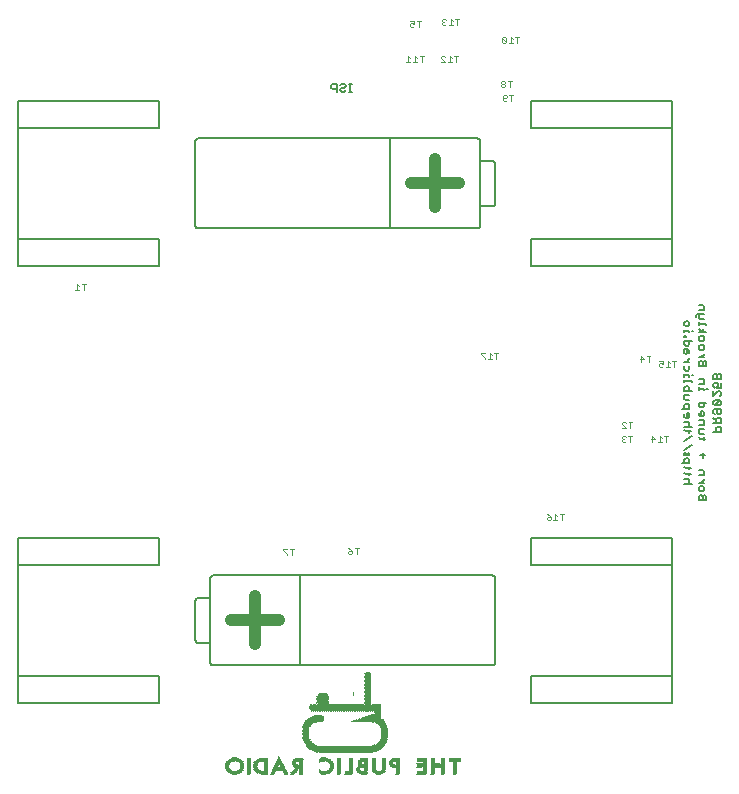
<source format=gbo>
G75*
%MOIN*%
%OFA0B0*%
%FSLAX24Y24*%
%IPPOS*%
%LPD*%
%AMOC8*
5,1,8,0,0,1.08239X$1,22.5*
%
%ADD10R,0.0010X0.0110*%
%ADD11R,0.0010X0.0010*%
%ADD12R,0.0010X0.0030*%
%ADD13R,0.0010X0.0070*%
%ADD14C,0.0070*%
%ADD15C,0.0050*%
%ADD16C,0.0080*%
%ADD17C,0.0400*%
%ADD18C,0.0040*%
%ADD19R,0.0015X0.0015*%
%ADD20R,0.0107X0.0015*%
%ADD21R,0.0123X0.0015*%
%ADD22R,0.0138X0.0015*%
%ADD23R,0.0353X0.0015*%
%ADD24R,0.0230X0.0015*%
%ADD25R,0.0261X0.0015*%
%ADD26R,0.0292X0.0015*%
%ADD27R,0.0154X0.0015*%
%ADD28R,0.0276X0.0015*%
%ADD29R,0.0322X0.0015*%
%ADD30R,0.0307X0.0015*%
%ADD31R,0.0169X0.0015*%
%ADD32R,0.0338X0.0015*%
%ADD33R,0.0384X0.0015*%
%ADD34R,0.0369X0.0015*%
%ADD35R,0.0415X0.0015*%
%ADD36R,0.0399X0.0015*%
%ADD37R,0.0445X0.0015*%
%ADD38R,0.0476X0.0015*%
%ADD39R,0.0200X0.0015*%
%ADD40R,0.0430X0.0015*%
%ADD41R,0.0077X0.0015*%
%ADD42R,0.0184X0.0015*%
%ADD43R,0.0046X0.0015*%
%ADD44R,0.0031X0.0015*%
%ADD45R,0.0246X0.0015*%
%ADD46R,0.0461X0.0015*%
%ADD47R,0.0092X0.0015*%
%ADD48R,0.0061X0.0015*%
%ADD49R,0.1981X0.0015*%
%ADD50R,0.2165X0.0015*%
%ADD51R,0.2288X0.0015*%
%ADD52R,0.2380X0.0015*%
%ADD53R,0.2472X0.0015*%
%ADD54R,0.2533X0.0015*%
%ADD55R,0.2595X0.0015*%
%ADD56R,0.0215X0.0015*%
%ADD57R,0.1075X0.0015*%
%ADD58R,0.0568X0.0015*%
%ADD59R,0.0952X0.0015*%
%ADD60R,0.0844X0.0015*%
%ADD61R,0.0537X0.0015*%
%ADD62R,0.0691X0.0015*%
%ADD63R,0.0507X0.0015*%
%ADD64R,0.0583X0.0015*%
%ADD65R,0.2365X0.0015*%
%ADD66R,0.2395X0.0015*%
%ADD67R,0.2349X0.0015*%
D10*
X014244Y004231D03*
D11*
X014254Y004191D03*
D12*
X014254Y004221D03*
X014254Y004261D03*
D13*
X014264Y004231D03*
D14*
X025264Y011220D02*
X025514Y011220D01*
X025431Y011262D02*
X025431Y011345D01*
X025389Y011387D01*
X025264Y011387D01*
X025306Y011556D02*
X025264Y011598D01*
X025306Y011556D02*
X025472Y011556D01*
X025431Y011515D02*
X025431Y011598D01*
X025431Y011711D02*
X025431Y011794D01*
X025472Y011753D02*
X025306Y011753D01*
X025264Y011794D01*
X025264Y011907D02*
X025264Y012033D01*
X025306Y012074D01*
X025389Y012074D01*
X025431Y012033D01*
X025431Y011907D01*
X025181Y011907D01*
X025264Y012202D02*
X025306Y012202D01*
X025306Y012244D01*
X025264Y012244D01*
X025264Y012202D01*
X025389Y012202D02*
X025431Y012202D01*
X025431Y012244D01*
X025389Y012244D01*
X025389Y012202D01*
X025264Y012349D02*
X025514Y012516D01*
X025264Y012644D02*
X025514Y012811D01*
X025431Y012939D02*
X025431Y013022D01*
X025472Y012980D02*
X025306Y012980D01*
X025264Y013022D01*
X025264Y013135D02*
X025514Y013135D01*
X025431Y013177D02*
X025431Y013260D01*
X025389Y013302D01*
X025264Y013302D01*
X025306Y013430D02*
X025389Y013430D01*
X025431Y013471D01*
X025431Y013555D01*
X025389Y013597D01*
X025347Y013597D01*
X025347Y013430D01*
X025306Y013430D02*
X025264Y013471D01*
X025264Y013555D01*
X025264Y013724D02*
X025264Y013850D01*
X025306Y013891D01*
X025389Y013891D01*
X025431Y013850D01*
X025431Y013724D01*
X025181Y013724D01*
X025306Y014019D02*
X025264Y014061D01*
X025264Y014186D01*
X025431Y014186D01*
X025431Y014314D02*
X025431Y014439D01*
X025389Y014481D01*
X025306Y014481D01*
X025264Y014439D01*
X025264Y014314D01*
X025514Y014314D01*
X025744Y014363D02*
X025744Y014446D01*
X025744Y014405D02*
X025911Y014405D01*
X025911Y014363D01*
X025994Y014405D02*
X026036Y014405D01*
X025911Y014559D02*
X025744Y014559D01*
X025911Y014559D02*
X025911Y014684D01*
X025869Y014726D01*
X025744Y014726D01*
X025556Y014847D02*
X025514Y014847D01*
X025431Y014847D02*
X025264Y014847D01*
X025264Y014888D02*
X025264Y014805D01*
X025264Y014692D02*
X025264Y014608D01*
X025264Y014650D02*
X025514Y014650D01*
X025514Y014608D01*
X025431Y014805D02*
X025431Y014847D01*
X025389Y015001D02*
X025306Y015001D01*
X025264Y015043D01*
X025264Y015168D01*
X025264Y015296D02*
X025431Y015296D01*
X025431Y015379D02*
X025347Y015296D01*
X025431Y015379D02*
X025431Y015421D01*
X025431Y015583D02*
X025431Y015667D01*
X025389Y015708D01*
X025264Y015708D01*
X025264Y015583D01*
X025306Y015541D01*
X025347Y015583D01*
X025347Y015708D01*
X025306Y015836D02*
X025389Y015836D01*
X025431Y015878D01*
X025431Y016003D01*
X025514Y016003D02*
X025264Y016003D01*
X025264Y015878D01*
X025306Y015836D01*
X025306Y016131D02*
X025306Y016172D01*
X025264Y016172D01*
X025264Y016131D01*
X025306Y016131D01*
X025264Y016278D02*
X025264Y016361D01*
X025264Y016320D02*
X025431Y016320D01*
X025431Y016278D01*
X025514Y016320D02*
X025556Y016320D01*
X025744Y016278D02*
X025994Y016278D01*
X025911Y016403D02*
X025827Y016278D01*
X025744Y016403D01*
X025744Y016524D02*
X025744Y016607D01*
X025744Y016565D02*
X025994Y016565D01*
X025994Y016524D01*
X025911Y016720D02*
X025786Y016720D01*
X025744Y016762D01*
X025744Y016887D01*
X025702Y016887D02*
X025661Y016845D01*
X025661Y016803D01*
X025702Y016887D02*
X025911Y016887D01*
X025911Y017015D02*
X025911Y017140D01*
X025869Y017182D01*
X025744Y017182D01*
X025744Y017015D02*
X025911Y017015D01*
X025431Y016600D02*
X025431Y016516D01*
X025389Y016475D01*
X025306Y016475D01*
X025264Y016516D01*
X025264Y016600D01*
X025306Y016641D01*
X025389Y016641D01*
X025431Y016600D01*
X025786Y016150D02*
X025869Y016150D01*
X025911Y016109D01*
X025911Y016025D01*
X025869Y015983D01*
X025786Y015983D01*
X025744Y016025D01*
X025744Y016109D01*
X025786Y016150D01*
X025786Y015856D02*
X025869Y015856D01*
X025911Y015814D01*
X025911Y015730D01*
X025869Y015689D01*
X025786Y015689D01*
X025744Y015730D01*
X025744Y015814D01*
X025786Y015856D01*
X025911Y015568D02*
X025911Y015527D01*
X025827Y015443D01*
X025744Y015443D02*
X025911Y015443D01*
X025911Y015315D02*
X025869Y015274D01*
X025869Y015149D01*
X025869Y015274D02*
X025827Y015315D01*
X025786Y015315D01*
X025744Y015274D01*
X025744Y015149D01*
X025994Y015149D01*
X025994Y015274D01*
X025952Y015315D01*
X025911Y015315D01*
X026266Y014898D02*
X026224Y014856D01*
X026224Y014731D01*
X026474Y014731D01*
X026474Y014856D01*
X026432Y014898D01*
X026391Y014898D01*
X026349Y014856D01*
X026349Y014731D01*
X026349Y014856D02*
X026307Y014898D01*
X026266Y014898D01*
X026266Y014603D02*
X026224Y014562D01*
X026224Y014478D01*
X026266Y014437D01*
X026349Y014437D02*
X026391Y014520D01*
X026391Y014562D01*
X026349Y014603D01*
X026266Y014603D01*
X026349Y014437D02*
X026474Y014437D01*
X026474Y014603D01*
X026432Y014309D02*
X026474Y014267D01*
X026474Y014184D01*
X026432Y014142D01*
X026432Y014014D02*
X026266Y013847D01*
X026224Y013889D01*
X026224Y013972D01*
X026266Y014014D01*
X026432Y014014D01*
X026474Y013972D01*
X026474Y013889D01*
X026432Y013847D01*
X026266Y013847D01*
X026266Y013719D02*
X026432Y013719D01*
X026474Y013678D01*
X026474Y013594D01*
X026432Y013553D01*
X026391Y013553D01*
X026349Y013594D01*
X026349Y013719D01*
X026266Y013719D02*
X026224Y013678D01*
X026224Y013594D01*
X026266Y013553D01*
X026224Y013425D02*
X026307Y013341D01*
X026307Y013383D02*
X026307Y013258D01*
X026224Y013258D02*
X026474Y013258D01*
X026474Y013383D01*
X026432Y013425D01*
X026349Y013425D01*
X026307Y013383D01*
X026349Y013130D02*
X026307Y013088D01*
X026307Y012963D01*
X026224Y012963D02*
X026474Y012963D01*
X026474Y013088D01*
X026432Y013130D01*
X026349Y013130D01*
X025911Y013184D02*
X025911Y013309D01*
X025869Y013351D01*
X025744Y013351D01*
X025786Y013479D02*
X025869Y013479D01*
X025911Y013521D01*
X025911Y013604D01*
X025869Y013646D01*
X025827Y013646D01*
X025827Y013479D01*
X025786Y013479D02*
X025744Y013521D01*
X025744Y013604D01*
X025786Y013774D02*
X025869Y013774D01*
X025911Y013815D01*
X025911Y013940D01*
X025994Y013940D02*
X025744Y013940D01*
X025744Y013815D01*
X025786Y013774D01*
X025431Y014019D02*
X025306Y014019D01*
X026224Y014142D02*
X026391Y014309D01*
X026432Y014309D01*
X026224Y014309D02*
X026224Y014142D01*
X025911Y013184D02*
X025744Y013184D01*
X025744Y013056D02*
X025911Y013056D01*
X025911Y012890D02*
X025786Y012890D01*
X025744Y012931D01*
X025744Y013056D01*
X025744Y012777D02*
X025786Y012735D01*
X025952Y012735D01*
X025911Y012693D02*
X025911Y012777D01*
X025869Y012271D02*
X025869Y012104D01*
X025952Y012187D02*
X025786Y012187D01*
X025744Y011681D02*
X025869Y011681D01*
X025911Y011640D01*
X025911Y011515D01*
X025744Y011515D01*
X025911Y011394D02*
X025911Y011352D01*
X025827Y011269D01*
X025744Y011269D02*
X025911Y011269D01*
X025869Y011141D02*
X025911Y011099D01*
X025911Y011016D01*
X025869Y010974D01*
X025786Y010974D01*
X025744Y011016D01*
X025744Y011099D01*
X025786Y011141D01*
X025869Y011141D01*
X025827Y010847D02*
X025786Y010847D01*
X025744Y010805D01*
X025744Y010680D01*
X025994Y010680D01*
X025994Y010805D01*
X025952Y010847D01*
X025911Y010847D01*
X025869Y010805D01*
X025869Y010680D01*
X025869Y010805D02*
X025827Y010847D01*
X025431Y011262D02*
X025389Y011220D01*
X025389Y013135D02*
X025431Y013177D01*
X025389Y015001D02*
X025431Y015043D01*
X025431Y015168D01*
D15*
X007760Y003926D02*
X003060Y003926D01*
X003060Y004826D01*
X007760Y004826D01*
X007760Y003926D01*
X003060Y004826D02*
X003060Y008526D01*
X007760Y008526D01*
X007760Y009426D01*
X003060Y009426D01*
X003060Y008526D01*
X003060Y018493D02*
X007760Y018493D01*
X007760Y019393D01*
X003060Y019393D01*
X003060Y023093D01*
X007760Y023093D01*
X007760Y023993D01*
X003060Y023993D01*
X003060Y023093D01*
X003060Y019393D02*
X003060Y018493D01*
X013494Y024435D02*
X013539Y024390D01*
X013674Y024390D01*
X013674Y024299D02*
X013674Y024570D01*
X013539Y024570D01*
X013494Y024525D01*
X013494Y024435D01*
X013788Y024390D02*
X013788Y024345D01*
X013833Y024299D01*
X013923Y024299D01*
X013968Y024345D01*
X013923Y024435D02*
X013833Y024435D01*
X013788Y024390D01*
X013788Y024525D02*
X013833Y024570D01*
X013923Y024570D01*
X013968Y024525D01*
X013968Y024480D01*
X013923Y024435D01*
X014075Y024570D02*
X014165Y024570D01*
X014120Y024570D02*
X014120Y024299D01*
X014165Y024299D02*
X014075Y024299D01*
X020160Y023993D02*
X020160Y023093D01*
X024860Y023093D01*
X024860Y023993D01*
X020160Y023993D01*
X024860Y023093D02*
X024860Y019393D01*
X020160Y019393D01*
X020160Y018493D01*
X024860Y018493D01*
X024860Y019393D01*
X024860Y009426D02*
X020160Y009426D01*
X020160Y008526D01*
X024860Y008526D01*
X024860Y004826D01*
X020160Y004826D01*
X020160Y003926D01*
X024860Y003926D01*
X024860Y004826D01*
X024860Y008526D02*
X024860Y009426D01*
D16*
X018960Y008076D02*
X018960Y005276D01*
X018958Y005259D01*
X018954Y005242D01*
X018947Y005226D01*
X018937Y005212D01*
X018924Y005199D01*
X018910Y005189D01*
X018894Y005182D01*
X018877Y005178D01*
X018860Y005176D01*
X012460Y005176D01*
X009560Y005176D01*
X009543Y005178D01*
X009526Y005182D01*
X009510Y005189D01*
X009496Y005199D01*
X009483Y005212D01*
X009473Y005226D01*
X009466Y005242D01*
X009462Y005259D01*
X009460Y005276D01*
X009460Y005926D01*
X009060Y005926D01*
X009043Y005928D01*
X009026Y005932D01*
X009010Y005939D01*
X008996Y005949D01*
X008983Y005962D01*
X008973Y005976D01*
X008966Y005992D01*
X008962Y006009D01*
X008960Y006026D01*
X008960Y007326D01*
X008962Y007343D01*
X008966Y007360D01*
X008973Y007376D01*
X008983Y007390D01*
X008996Y007403D01*
X009010Y007413D01*
X009026Y007420D01*
X009043Y007424D01*
X009060Y007426D01*
X009460Y007426D01*
X009460Y005926D01*
X009460Y007426D02*
X009460Y008076D01*
X009462Y008093D01*
X009466Y008110D01*
X009473Y008126D01*
X009483Y008140D01*
X009496Y008153D01*
X009510Y008163D01*
X009526Y008170D01*
X009543Y008174D01*
X009560Y008176D01*
X012460Y008176D01*
X018860Y008176D01*
X018877Y008174D01*
X018894Y008170D01*
X018910Y008163D01*
X018924Y008153D01*
X018937Y008140D01*
X018947Y008126D01*
X018954Y008110D01*
X018958Y008093D01*
X018960Y008076D01*
X012460Y008176D02*
X012460Y005176D01*
X015460Y019743D02*
X009060Y019743D01*
X009043Y019745D01*
X009026Y019749D01*
X009010Y019756D01*
X008996Y019766D01*
X008983Y019779D01*
X008973Y019793D01*
X008966Y019809D01*
X008962Y019826D01*
X008960Y019843D01*
X008960Y022643D01*
X008962Y022660D01*
X008966Y022677D01*
X008973Y022693D01*
X008983Y022707D01*
X008996Y022720D01*
X009010Y022730D01*
X009026Y022737D01*
X009043Y022741D01*
X009060Y022743D01*
X015460Y022743D01*
X018360Y022743D01*
X018377Y022741D01*
X018394Y022737D01*
X018410Y022730D01*
X018424Y022720D01*
X018437Y022707D01*
X018447Y022693D01*
X018454Y022677D01*
X018458Y022660D01*
X018460Y022643D01*
X018460Y021993D01*
X018860Y021993D01*
X018877Y021991D01*
X018894Y021987D01*
X018910Y021980D01*
X018924Y021970D01*
X018937Y021957D01*
X018947Y021943D01*
X018954Y021927D01*
X018958Y021910D01*
X018960Y021893D01*
X018960Y020593D01*
X018958Y020576D01*
X018954Y020559D01*
X018947Y020543D01*
X018937Y020529D01*
X018924Y020516D01*
X018910Y020506D01*
X018894Y020499D01*
X018877Y020495D01*
X018860Y020493D01*
X018460Y020493D01*
X018460Y021993D01*
X018460Y020493D02*
X018460Y019843D01*
X018458Y019826D01*
X018454Y019809D01*
X018447Y019793D01*
X018437Y019779D01*
X018424Y019766D01*
X018410Y019756D01*
X018394Y019749D01*
X018377Y019745D01*
X018360Y019743D01*
X015460Y019743D01*
X015460Y022743D01*
D17*
X016960Y022043D02*
X016960Y020443D01*
X016160Y021243D02*
X017760Y021243D01*
X010960Y007476D02*
X010960Y005876D01*
X011760Y006676D02*
X010160Y006676D01*
D18*
X012026Y008842D02*
X012026Y008875D01*
X011892Y009009D01*
X011892Y009042D01*
X012026Y009042D01*
X012113Y009042D02*
X012247Y009042D01*
X012180Y009042D02*
X012180Y008842D01*
X014058Y008915D02*
X014058Y008948D01*
X014091Y008981D01*
X014191Y008981D01*
X014191Y008915D01*
X014158Y008881D01*
X014091Y008881D01*
X014058Y008915D01*
X014124Y009048D02*
X014058Y009081D01*
X014124Y009048D02*
X014191Y008981D01*
X014279Y009081D02*
X014412Y009081D01*
X014345Y009081D02*
X014345Y008881D01*
X020672Y010061D02*
X020706Y010028D01*
X020772Y010028D01*
X020806Y010061D01*
X020806Y010128D01*
X020706Y010128D01*
X020672Y010094D01*
X020672Y010061D01*
X020739Y010195D02*
X020806Y010128D01*
X020739Y010195D02*
X020672Y010228D01*
X020960Y010228D02*
X020960Y010028D01*
X021027Y010028D02*
X020893Y010028D01*
X021027Y010161D02*
X020960Y010228D01*
X021114Y010228D02*
X021248Y010228D01*
X021181Y010228D02*
X021181Y010028D01*
X023205Y012626D02*
X023272Y012626D01*
X023305Y012660D01*
X023238Y012726D02*
X023205Y012726D01*
X023172Y012693D01*
X023172Y012660D01*
X023205Y012626D01*
X023205Y012726D02*
X023172Y012760D01*
X023172Y012793D01*
X023205Y012826D01*
X023272Y012826D01*
X023305Y012793D01*
X023393Y012826D02*
X023526Y012826D01*
X023459Y012826D02*
X023459Y012626D01*
X023464Y013074D02*
X023464Y013274D01*
X023398Y013274D02*
X023531Y013274D01*
X023310Y013241D02*
X023277Y013274D01*
X023210Y013274D01*
X023177Y013241D01*
X023177Y013208D01*
X023310Y013074D01*
X023177Y013074D01*
X024149Y012718D02*
X024282Y012718D01*
X024182Y012818D01*
X024182Y012618D01*
X024370Y012618D02*
X024503Y012618D01*
X024437Y012618D02*
X024437Y012818D01*
X024503Y012751D01*
X024591Y012818D02*
X024724Y012818D01*
X024658Y012818D02*
X024658Y012618D01*
X024633Y015131D02*
X024767Y015131D01*
X024700Y015131D02*
X024700Y015331D01*
X024767Y015265D01*
X024854Y015331D02*
X024988Y015331D01*
X024921Y015331D02*
X024921Y015131D01*
X024546Y015164D02*
X024512Y015131D01*
X024446Y015131D01*
X024412Y015164D01*
X024412Y015231D01*
X024446Y015265D01*
X024479Y015265D01*
X024546Y015231D01*
X024546Y015331D01*
X024412Y015331D01*
X024131Y015494D02*
X023998Y015494D01*
X024065Y015494D02*
X024065Y015294D01*
X023910Y015394D02*
X023777Y015394D01*
X023810Y015494D02*
X023910Y015394D01*
X023810Y015294D02*
X023810Y015494D01*
X019058Y015577D02*
X018924Y015577D01*
X018991Y015577D02*
X018991Y015377D01*
X018837Y015377D02*
X018703Y015377D01*
X018770Y015377D02*
X018770Y015577D01*
X018837Y015511D01*
X018616Y015577D02*
X018482Y015577D01*
X018482Y015544D01*
X018616Y015411D01*
X018616Y015377D01*
X019239Y023999D02*
X019205Y024033D01*
X019205Y024166D01*
X019239Y024199D01*
X019305Y024199D01*
X019339Y024166D01*
X019339Y024133D01*
X019305Y024099D01*
X019205Y024099D01*
X019239Y023999D02*
X019305Y023999D01*
X019339Y024033D01*
X019493Y023999D02*
X019493Y024199D01*
X019560Y024199D02*
X019426Y024199D01*
X019434Y024442D02*
X019434Y024642D01*
X019501Y024642D02*
X019367Y024642D01*
X019280Y024609D02*
X019280Y024576D01*
X019246Y024542D01*
X019179Y024542D01*
X019146Y024509D01*
X019146Y024476D01*
X019179Y024442D01*
X019246Y024442D01*
X019280Y024476D01*
X019280Y024509D01*
X019246Y024542D01*
X019179Y024542D02*
X019146Y024576D01*
X019146Y024609D01*
X019179Y024642D01*
X019246Y024642D01*
X019280Y024609D01*
X019287Y025926D02*
X019320Y025960D01*
X019187Y026093D01*
X019187Y025960D01*
X019220Y025926D01*
X019287Y025926D01*
X019320Y025960D02*
X019320Y026093D01*
X019287Y026127D01*
X019220Y026127D01*
X019187Y026093D01*
X019408Y025926D02*
X019541Y025926D01*
X019475Y025926D02*
X019475Y026127D01*
X019541Y026060D01*
X019629Y026127D02*
X019762Y026127D01*
X019696Y026127D02*
X019696Y025926D01*
X017729Y025479D02*
X017595Y025479D01*
X017662Y025479D02*
X017662Y025279D01*
X017508Y025279D02*
X017374Y025279D01*
X017441Y025279D02*
X017441Y025479D01*
X017508Y025412D01*
X017287Y025446D02*
X017254Y025479D01*
X017187Y025479D01*
X017153Y025446D01*
X017153Y025412D01*
X017287Y025279D01*
X017153Y025279D01*
X016567Y025489D02*
X016434Y025489D01*
X016501Y025489D02*
X016501Y025289D01*
X016346Y025289D02*
X016213Y025289D01*
X016280Y025289D02*
X016280Y025489D01*
X016346Y025422D01*
X016126Y025422D02*
X016059Y025489D01*
X016059Y025289D01*
X016126Y025289D02*
X015992Y025289D01*
X016158Y026470D02*
X016225Y026470D01*
X016258Y026503D01*
X016258Y026570D02*
X016191Y026603D01*
X016158Y026603D01*
X016124Y026570D01*
X016124Y026503D01*
X016158Y026470D01*
X016258Y026570D02*
X016258Y026670D01*
X016124Y026670D01*
X016345Y026670D02*
X016479Y026670D01*
X016412Y026670D02*
X016412Y026470D01*
X017183Y026542D02*
X017216Y026509D01*
X017283Y026509D01*
X017316Y026542D01*
X017404Y026509D02*
X017537Y026509D01*
X017471Y026509D02*
X017471Y026709D01*
X017537Y026643D01*
X017625Y026709D02*
X017758Y026709D01*
X017692Y026709D02*
X017692Y026509D01*
X017316Y026676D02*
X017283Y026709D01*
X017216Y026709D01*
X017183Y026676D01*
X017183Y026643D01*
X017216Y026609D01*
X017183Y026576D01*
X017183Y026542D01*
X017216Y026609D02*
X017250Y026609D01*
X005317Y017900D02*
X005184Y017900D01*
X005251Y017900D02*
X005251Y017700D01*
X005096Y017700D02*
X004963Y017700D01*
X005030Y017700D02*
X005030Y017900D01*
X005096Y017833D01*
D19*
X014620Y004875D03*
X014620Y004783D03*
X014620Y004752D03*
X014620Y004660D03*
X014620Y004629D03*
X014620Y004537D03*
X014620Y004506D03*
X014620Y004414D03*
X014620Y004384D03*
X014620Y004291D03*
X014620Y004261D03*
X014620Y004169D03*
X014620Y004138D03*
X014620Y004046D03*
X014620Y004015D03*
X014620Y003923D03*
X014620Y003892D03*
X014804Y003861D03*
X014804Y003954D03*
X014804Y003984D03*
X014804Y004076D03*
X014804Y004107D03*
X014804Y004199D03*
X014804Y004230D03*
X014804Y004322D03*
X014804Y004353D03*
X014804Y004445D03*
X014804Y004476D03*
X014804Y004568D03*
X014804Y004599D03*
X014804Y004691D03*
X014804Y004721D03*
X014804Y004813D03*
X014804Y004844D03*
X014773Y004906D03*
X013391Y004107D03*
X013391Y004076D03*
X013391Y003984D03*
X013391Y003954D03*
X013391Y003861D03*
X013407Y003631D03*
X013468Y003631D03*
X013530Y003631D03*
X013591Y003631D03*
X013652Y003631D03*
X013714Y003631D03*
X013775Y003631D03*
X013837Y003631D03*
X013898Y003631D03*
X013960Y003631D03*
X014021Y003631D03*
X014082Y003631D03*
X014144Y003631D03*
X014205Y003631D03*
X014267Y003631D03*
X014328Y003631D03*
X014389Y003631D03*
X014451Y003631D03*
X014512Y003631D03*
X014574Y003631D03*
X014635Y003631D03*
X014697Y003631D03*
X014727Y003631D03*
X014758Y003631D03*
X014819Y003631D03*
X014881Y003631D03*
X014865Y003524D03*
X014712Y003462D03*
X014681Y003462D03*
X014635Y003447D03*
X014620Y003432D03*
X014589Y003432D03*
X014543Y003416D03*
X014451Y003386D03*
X014359Y003355D03*
X014343Y003339D03*
X014343Y003278D03*
X014313Y003278D03*
X014282Y003278D03*
X014251Y003278D03*
X014221Y003278D03*
X014190Y003278D03*
X014251Y003309D03*
X014374Y003278D03*
X014405Y003278D03*
X014436Y003278D03*
X014466Y003278D03*
X014497Y003278D03*
X014528Y003278D03*
X014558Y003278D03*
X014589Y003278D03*
X014620Y003278D03*
X014650Y003278D03*
X014681Y003278D03*
X014712Y003278D03*
X014743Y003278D03*
X014773Y003278D03*
X014804Y003278D03*
X014835Y003278D03*
X014865Y003278D03*
X014881Y003263D03*
X014911Y003263D03*
X015111Y003155D03*
X015142Y003124D03*
X015142Y003094D03*
X015173Y003032D03*
X015173Y002940D03*
X015173Y002910D03*
X015173Y002817D03*
X015173Y002787D03*
X015357Y002756D03*
X015357Y002725D03*
X015357Y002848D03*
X015357Y002879D03*
X015357Y002971D03*
X015357Y003002D03*
X015357Y003094D03*
X015357Y003124D03*
X015326Y003155D03*
X015326Y003186D03*
X015295Y003247D03*
X015265Y003278D03*
X015173Y003370D03*
X015142Y003401D03*
X015142Y003432D03*
X015142Y003524D03*
X015142Y003554D03*
X015142Y003647D03*
X015142Y003677D03*
X015142Y003769D03*
X015142Y003800D03*
X013345Y003631D03*
X013284Y003631D03*
X013223Y003631D03*
X013161Y003631D03*
X013100Y003631D03*
X013038Y003631D03*
X012977Y003631D03*
X012915Y003631D03*
X012854Y003631D03*
X012839Y003647D03*
X012777Y003769D03*
X012777Y003800D03*
X012808Y003831D03*
X012823Y003846D03*
X012854Y003846D03*
X013023Y003892D03*
X013023Y003923D03*
X013023Y004015D03*
X013023Y004046D03*
X013023Y004138D03*
X012977Y003478D03*
X012946Y003478D03*
X012931Y003462D03*
X012900Y003462D03*
X012839Y003432D03*
X012777Y003401D03*
X012685Y003339D03*
X012654Y003309D03*
X012808Y003186D03*
X012839Y003217D03*
X012777Y003124D03*
X012747Y003063D03*
X012747Y003032D03*
X012747Y002940D03*
X012747Y002910D03*
X012747Y002817D03*
X012747Y002787D03*
X012562Y002756D03*
X012562Y002725D03*
X012562Y002848D03*
X012562Y002879D03*
X012562Y002971D03*
X012562Y003002D03*
X012562Y003094D03*
X012562Y003124D03*
X013008Y003263D03*
X013054Y003278D03*
X013084Y003278D03*
X013115Y003278D03*
X013146Y003278D03*
X013207Y003339D03*
X013238Y003401D03*
X013207Y003462D03*
X013192Y003478D03*
X012839Y002602D03*
X012869Y002572D03*
X012961Y002510D03*
X013008Y002495D03*
X013023Y002480D03*
X013023Y002265D03*
X013054Y002265D03*
X013176Y002080D03*
X013207Y002080D03*
X013299Y002080D03*
X013330Y002080D03*
X013284Y001973D03*
X013253Y001973D03*
X013161Y001942D03*
X013100Y001911D03*
X013100Y001697D03*
X013253Y001635D03*
X013284Y001635D03*
X013330Y001528D03*
X013176Y001528D03*
X013699Y001528D03*
X013729Y001528D03*
X013760Y001528D03*
X013791Y001528D03*
X013944Y001528D03*
X013975Y001528D03*
X014006Y001528D03*
X014036Y001528D03*
X014067Y001528D03*
X014098Y001528D03*
X014128Y001528D03*
X014159Y001528D03*
X014190Y001528D03*
X014528Y001528D03*
X014558Y001528D03*
X014589Y001528D03*
X014620Y001528D03*
X014650Y001528D03*
X014681Y001528D03*
X015019Y001528D03*
X015065Y001635D03*
X015096Y001635D03*
X015249Y001574D03*
X015572Y001743D03*
X015618Y001850D03*
X015664Y001528D03*
X015695Y001528D03*
X015725Y001528D03*
X015756Y001528D03*
X016339Y001528D03*
X016370Y001528D03*
X016401Y001528D03*
X016432Y001528D03*
X016462Y001528D03*
X016493Y001528D03*
X016524Y001528D03*
X016554Y001528D03*
X016585Y001528D03*
X016616Y001528D03*
X016647Y001528D03*
X016831Y001528D03*
X016861Y001528D03*
X016892Y001528D03*
X016923Y001528D03*
X017169Y001528D03*
X017199Y001528D03*
X017230Y001528D03*
X017261Y001528D03*
X017568Y001528D03*
X017599Y001528D03*
X017629Y001528D03*
X017660Y001528D03*
X017123Y001881D03*
X017092Y001881D03*
X017061Y001881D03*
X017030Y001881D03*
X017000Y001881D03*
X016969Y001881D03*
X016539Y001881D03*
X016508Y001881D03*
X016478Y001881D03*
X016447Y001881D03*
X016416Y001881D03*
X016386Y001881D03*
X016355Y001881D03*
X016370Y001773D03*
X016339Y001773D03*
X016401Y001773D03*
X016432Y001773D03*
X016462Y001773D03*
X016493Y001773D03*
X016524Y001773D03*
X015203Y002418D03*
X015157Y002372D03*
X015111Y002357D03*
X015234Y002480D03*
X014958Y002510D03*
X014896Y002480D03*
X014865Y002480D03*
X014865Y002265D03*
X014482Y002065D03*
X012808Y002357D03*
X012685Y002480D03*
X012301Y002065D03*
X012271Y001758D03*
X012255Y001528D03*
X012224Y001528D03*
X012194Y001528D03*
X012163Y001528D03*
X012132Y001528D03*
X012040Y001528D03*
X012010Y001528D03*
X011979Y001528D03*
X011948Y001528D03*
X011856Y001650D03*
X011825Y001650D03*
X011795Y001650D03*
X011764Y001650D03*
X011733Y001650D03*
X011702Y001650D03*
X011672Y001650D03*
X011580Y001528D03*
X011549Y001528D03*
X011518Y001528D03*
X011487Y001528D03*
X011365Y001528D03*
X011334Y001528D03*
X011303Y001528D03*
X011273Y001528D03*
X011242Y001528D03*
X011211Y001528D03*
X011180Y001528D03*
X011058Y001558D03*
X010781Y001528D03*
X010750Y001528D03*
X010720Y001528D03*
X010351Y001528D03*
X010305Y001635D03*
X010244Y001635D03*
X010198Y001528D03*
X010244Y001973D03*
X010274Y001973D03*
X010351Y001958D03*
X010351Y002080D03*
X010321Y002080D03*
X010290Y002080D03*
X010259Y002080D03*
X010228Y002080D03*
X010198Y002080D03*
X011104Y002065D03*
X011150Y001958D03*
X011764Y002111D03*
X012439Y001528D03*
X012470Y001528D03*
X012501Y001528D03*
X012532Y001528D03*
D20*
X012486Y001558D03*
X012486Y001589D03*
X012486Y001620D03*
X012486Y001650D03*
X012486Y001681D03*
X012486Y001712D03*
X012486Y001865D03*
X012486Y001896D03*
X012486Y001927D03*
X012486Y001958D03*
X011764Y002034D03*
X010750Y002034D03*
X010750Y002004D03*
X010750Y001973D03*
X010750Y001942D03*
X010750Y001911D03*
X010750Y001881D03*
X010750Y001850D03*
X010750Y001819D03*
X010750Y001789D03*
X010750Y001758D03*
X010750Y001727D03*
X010750Y001697D03*
X010750Y001666D03*
X010750Y001635D03*
X010750Y001604D03*
X010750Y001574D03*
X010750Y001543D03*
X010520Y001773D03*
X010520Y001804D03*
X010520Y001835D03*
X010750Y002065D03*
X010274Y001528D03*
X010029Y001743D03*
X013253Y001528D03*
X013499Y001743D03*
X013499Y001865D03*
X014389Y001712D03*
X014389Y001681D03*
X014911Y001712D03*
X014911Y001743D03*
X014911Y001773D03*
X014911Y001804D03*
X014911Y001835D03*
X014911Y001865D03*
X014911Y001896D03*
X014911Y001927D03*
X014911Y001958D03*
X014911Y001988D03*
X014911Y002019D03*
X014911Y002050D03*
X015249Y002050D03*
X015249Y002019D03*
X015249Y001988D03*
X015249Y001958D03*
X015249Y001927D03*
X015249Y001896D03*
X015249Y001865D03*
X015249Y001835D03*
X015249Y001804D03*
X015249Y001773D03*
X015249Y001743D03*
X015096Y001528D03*
X015710Y001558D03*
X015710Y001589D03*
X015710Y001620D03*
X015710Y001650D03*
X015710Y001681D03*
X015710Y001712D03*
X015710Y001865D03*
X015710Y001896D03*
X015710Y001927D03*
X015710Y001958D03*
X017215Y001958D03*
X017215Y001988D03*
X017215Y002019D03*
X017215Y002050D03*
X017215Y001927D03*
X017215Y001896D03*
X017215Y001743D03*
X017215Y001712D03*
X017215Y001681D03*
X017215Y001650D03*
X017215Y001620D03*
X017215Y001589D03*
X017215Y001558D03*
X014712Y004921D03*
D21*
X014151Y002065D03*
X014151Y002050D03*
X014151Y002034D03*
X014151Y002019D03*
X014151Y002004D03*
X014151Y001988D03*
X014151Y001973D03*
X014151Y001958D03*
X014151Y001942D03*
X014151Y001927D03*
X014151Y001911D03*
X014151Y001896D03*
X014151Y001881D03*
X014151Y001865D03*
X014151Y001850D03*
X014151Y001835D03*
X014151Y001819D03*
X014151Y001804D03*
X014151Y001789D03*
X014151Y001773D03*
X014151Y001758D03*
X014151Y001743D03*
X014151Y001727D03*
X014151Y001712D03*
X014151Y001697D03*
X014151Y001681D03*
X014151Y001666D03*
X014151Y001650D03*
X014397Y001727D03*
X014443Y001896D03*
X014443Y001911D03*
X014443Y001927D03*
X014643Y001927D03*
X014643Y001942D03*
X014643Y001958D03*
X014643Y001911D03*
X014643Y001896D03*
X014643Y001881D03*
X014643Y001865D03*
X014643Y001743D03*
X014643Y001727D03*
X014643Y001712D03*
X014643Y001697D03*
X014643Y001681D03*
X014643Y001666D03*
X014643Y001650D03*
X014919Y001681D03*
X015226Y001666D03*
X015242Y001712D03*
X015487Y001865D03*
X015487Y001881D03*
X015487Y001896D03*
X015487Y001911D03*
X015487Y001927D03*
X016624Y001927D03*
X016624Y001942D03*
X016624Y001958D03*
X016624Y001911D03*
X016624Y001896D03*
X016624Y001881D03*
X016624Y001758D03*
X016624Y001743D03*
X016624Y001727D03*
X016624Y001712D03*
X016624Y001697D03*
X016624Y001681D03*
X016624Y001666D03*
X016624Y001650D03*
X016885Y001650D03*
X016885Y001635D03*
X016885Y001620D03*
X016885Y001604D03*
X016885Y001589D03*
X016885Y001574D03*
X016885Y001558D03*
X016885Y001543D03*
X016885Y001666D03*
X016885Y001681D03*
X016885Y001697D03*
X016885Y001712D03*
X016885Y001727D03*
X016885Y001743D03*
X016885Y001758D03*
X016885Y001881D03*
X016885Y001896D03*
X016885Y001911D03*
X016885Y001927D03*
X016885Y001942D03*
X016885Y001958D03*
X016885Y001973D03*
X016885Y001988D03*
X016885Y002004D03*
X016885Y002019D03*
X016885Y002034D03*
X016885Y002050D03*
X016885Y002065D03*
X017606Y001958D03*
X017606Y001942D03*
X017606Y001927D03*
X017606Y001911D03*
X017606Y001896D03*
X017606Y001881D03*
X017606Y001865D03*
X017606Y001850D03*
X017606Y001835D03*
X017606Y001819D03*
X017606Y001804D03*
X017606Y001789D03*
X017606Y001773D03*
X017606Y001758D03*
X017606Y001743D03*
X017606Y001727D03*
X017606Y001712D03*
X017606Y001697D03*
X017606Y001681D03*
X017606Y001666D03*
X017606Y001650D03*
X017606Y001635D03*
X017606Y001620D03*
X017606Y001604D03*
X017606Y001589D03*
X017606Y001574D03*
X017606Y001558D03*
X017606Y001543D03*
X013737Y001543D03*
X013737Y001558D03*
X013737Y001574D03*
X013737Y001589D03*
X013737Y001604D03*
X013737Y001620D03*
X013737Y001635D03*
X013737Y001650D03*
X013737Y001666D03*
X013737Y001681D03*
X013737Y001697D03*
X013737Y001712D03*
X013737Y001727D03*
X013737Y001743D03*
X013737Y001758D03*
X013737Y001773D03*
X013737Y001789D03*
X013737Y001804D03*
X013737Y001819D03*
X013737Y001835D03*
X013737Y001850D03*
X013737Y001865D03*
X013737Y001881D03*
X013737Y001896D03*
X013737Y001911D03*
X013737Y001927D03*
X013737Y001942D03*
X013737Y001958D03*
X013737Y001973D03*
X013737Y001988D03*
X013737Y002004D03*
X013737Y002019D03*
X013737Y002034D03*
X013737Y002050D03*
X013737Y002065D03*
X013507Y001835D03*
X013507Y001819D03*
X013507Y001804D03*
X013507Y001789D03*
X013507Y001773D03*
X012248Y001881D03*
X012248Y001896D03*
X012248Y001911D03*
X012248Y001927D03*
X011879Y001773D03*
X011848Y001835D03*
X011664Y001819D03*
X011664Y001804D03*
X011572Y001620D03*
X011557Y001589D03*
X011311Y001650D03*
X011311Y001666D03*
X011311Y001681D03*
X011311Y001697D03*
X011311Y001712D03*
X011311Y001727D03*
X011311Y001743D03*
X011311Y001758D03*
X011311Y001773D03*
X011311Y001789D03*
X011311Y001804D03*
X011311Y001819D03*
X011311Y001835D03*
X011311Y001850D03*
X011311Y001865D03*
X011311Y001881D03*
X011311Y001896D03*
X011311Y001911D03*
X011311Y001927D03*
X011311Y001942D03*
X011311Y001958D03*
X010958Y001850D03*
X010958Y001819D03*
X010958Y001804D03*
X010958Y001789D03*
X010958Y001773D03*
X010958Y001758D03*
X010512Y001743D03*
X010512Y001727D03*
X010512Y001865D03*
X010512Y001881D03*
X010036Y001865D03*
X010021Y001835D03*
X010021Y001804D03*
X010021Y001789D03*
X010021Y001773D03*
X011756Y002004D03*
X011756Y002019D03*
X011940Y001650D03*
X011971Y001589D03*
X011986Y001558D03*
D22*
X011994Y001543D03*
X011979Y001574D03*
X011963Y001604D03*
X011948Y001620D03*
X011948Y001635D03*
X011871Y001789D03*
X011856Y001804D03*
X011856Y001819D03*
X011841Y001850D03*
X011687Y001850D03*
X011672Y001835D03*
X011656Y001789D03*
X011641Y001773D03*
X011580Y001650D03*
X011580Y001635D03*
X011564Y001604D03*
X011549Y001558D03*
X011534Y001543D03*
X011764Y001988D03*
X012255Y001942D03*
X012255Y001865D03*
X012317Y001681D03*
X012301Y001666D03*
X012224Y001558D03*
X012486Y001543D03*
X012486Y001574D03*
X012486Y001604D03*
X012486Y001635D03*
X012486Y001666D03*
X012486Y001697D03*
X012486Y001850D03*
X012486Y001881D03*
X012486Y001911D03*
X012486Y001942D03*
X013161Y001973D03*
X013484Y001896D03*
X013499Y001881D03*
X013499Y001850D03*
X013499Y001758D03*
X013499Y001727D03*
X013484Y001712D03*
X013161Y001635D03*
X014389Y001666D03*
X014405Y001650D03*
X014389Y001697D03*
X014405Y001743D03*
X014466Y001865D03*
X014451Y001881D03*
X014451Y001942D03*
X014466Y001958D03*
X014911Y001973D03*
X014911Y002004D03*
X014911Y002034D03*
X014911Y002065D03*
X014911Y001942D03*
X014911Y001911D03*
X014911Y001881D03*
X014911Y001850D03*
X014911Y001819D03*
X014911Y001789D03*
X014911Y001758D03*
X014911Y001727D03*
X014911Y001697D03*
X014927Y001666D03*
X015234Y001681D03*
X015249Y001697D03*
X015249Y001727D03*
X015249Y001758D03*
X015249Y001789D03*
X015249Y001819D03*
X015249Y001850D03*
X015249Y001881D03*
X015249Y001911D03*
X015249Y001942D03*
X015249Y001973D03*
X015249Y002004D03*
X015249Y002034D03*
X015249Y002065D03*
X015495Y001942D03*
X015510Y001958D03*
X015710Y001942D03*
X015710Y001911D03*
X015710Y001881D03*
X015710Y001850D03*
X015710Y001727D03*
X015710Y001697D03*
X015710Y001666D03*
X015710Y001635D03*
X015710Y001604D03*
X015710Y001574D03*
X015710Y001543D03*
X016616Y001773D03*
X017215Y001758D03*
X017215Y001727D03*
X017215Y001697D03*
X017215Y001666D03*
X017215Y001635D03*
X017215Y001604D03*
X017215Y001574D03*
X017215Y001543D03*
X017215Y001881D03*
X017215Y001911D03*
X017215Y001942D03*
X017215Y001973D03*
X017215Y002004D03*
X017215Y002034D03*
X017215Y002065D03*
X010996Y001927D03*
X010981Y001896D03*
X010981Y001881D03*
X010965Y001865D03*
X010965Y001835D03*
X010965Y001743D03*
X010981Y001727D03*
X010981Y001712D03*
X010996Y001681D03*
X010750Y001681D03*
X010750Y001650D03*
X010750Y001620D03*
X010750Y001589D03*
X010750Y001558D03*
X010750Y001712D03*
X010750Y001743D03*
X010750Y001773D03*
X010750Y001804D03*
X010750Y001835D03*
X010750Y001865D03*
X010750Y001896D03*
X010750Y001927D03*
X010750Y001958D03*
X010750Y001988D03*
X010750Y002019D03*
X010750Y002050D03*
X010505Y001896D03*
X010489Y001911D03*
X010520Y001850D03*
X010520Y001819D03*
X010520Y001789D03*
X010520Y001758D03*
X010505Y001712D03*
X010489Y001697D03*
X010044Y001712D03*
X010029Y001727D03*
X010029Y001758D03*
X010029Y001819D03*
X010029Y001850D03*
X010029Y001881D03*
X010044Y001896D03*
D23*
X011196Y002019D03*
X011196Y001589D03*
X012378Y001819D03*
X012378Y001973D03*
X012378Y002004D03*
X012808Y002495D03*
X013269Y002034D03*
X013269Y001574D03*
X014528Y001604D03*
X014528Y001620D03*
X014528Y001635D03*
X014528Y001758D03*
X015602Y001973D03*
X016508Y001973D03*
X016508Y001988D03*
X016508Y002004D03*
X016508Y002019D03*
X016508Y002034D03*
X016508Y002050D03*
X016508Y002065D03*
X016508Y001865D03*
X016508Y001850D03*
X016508Y001835D03*
X016508Y001819D03*
X016508Y001804D03*
X016508Y001789D03*
X016508Y001635D03*
X016508Y001620D03*
X016508Y001604D03*
X016508Y001589D03*
X016508Y001574D03*
X016508Y001558D03*
X016508Y001543D03*
X015111Y003263D03*
X013207Y003877D03*
X013207Y004000D03*
X013207Y004123D03*
X013207Y004153D03*
X013207Y004184D03*
D24*
X012654Y003109D03*
X012654Y003078D03*
X012654Y003048D03*
X012654Y002986D03*
X012654Y002956D03*
X012654Y002925D03*
X012654Y002863D03*
X012654Y002833D03*
X012654Y002802D03*
X012654Y002771D03*
X012654Y002741D03*
X012685Y002649D03*
X012439Y002065D03*
X011764Y001911D03*
X010413Y001973D03*
X014712Y003846D03*
X014712Y003877D03*
X014712Y003908D03*
X014712Y003938D03*
X014712Y003969D03*
X014712Y004000D03*
X014712Y004030D03*
X014712Y004061D03*
X014712Y004092D03*
X014712Y004123D03*
X014712Y004153D03*
X014712Y004184D03*
X014712Y004215D03*
X014712Y004245D03*
X014712Y004276D03*
X014712Y004307D03*
X014712Y004337D03*
X014712Y004368D03*
X014712Y004399D03*
X014712Y004430D03*
X014712Y004460D03*
X014712Y004491D03*
X014712Y004522D03*
X014712Y004552D03*
X014712Y004583D03*
X014712Y004614D03*
X014712Y004645D03*
X014712Y004675D03*
X014712Y004706D03*
X014712Y004737D03*
X014712Y004767D03*
X014712Y004798D03*
X014712Y004829D03*
X015234Y003140D03*
X015249Y003109D03*
X015265Y003048D03*
X015265Y003017D03*
X015265Y002986D03*
X015265Y002956D03*
X015265Y002925D03*
X015265Y002894D03*
X015265Y002863D03*
X015265Y002833D03*
X015265Y002802D03*
X015265Y002771D03*
X015265Y002741D03*
X015234Y002679D03*
X015234Y002649D03*
X015664Y002065D03*
X015080Y001543D03*
D25*
X015080Y001558D03*
X014574Y001543D03*
X014574Y002034D03*
X015188Y002587D03*
X015219Y002618D03*
X015219Y003171D03*
X015188Y003201D03*
X015633Y002050D03*
X015633Y001773D03*
X015649Y001758D03*
X013253Y001543D03*
X013253Y002065D03*
X012731Y002587D03*
X012700Y002618D03*
X012409Y002050D03*
X012424Y001758D03*
X011764Y001865D03*
X010274Y002065D03*
X010274Y001543D03*
D26*
X010274Y002050D03*
X011226Y002050D03*
X011226Y001558D03*
X012409Y001727D03*
X013253Y002050D03*
X012777Y002526D03*
X012747Y002556D03*
X012747Y003232D03*
X013207Y004215D03*
X015142Y002526D03*
X015173Y002556D03*
X015633Y002034D03*
X015618Y002019D03*
X014558Y002004D03*
X014558Y001558D03*
X014067Y001558D03*
X014067Y001543D03*
X014067Y001574D03*
X014067Y001589D03*
X014067Y001604D03*
X014067Y001620D03*
X014067Y001635D03*
D27*
X013476Y001681D03*
X013476Y001697D03*
X013476Y001911D03*
X013461Y001927D03*
X012340Y001712D03*
X012324Y001697D03*
X012294Y001650D03*
X012278Y001635D03*
X012263Y001620D03*
X012248Y001589D03*
X012201Y001543D03*
X011557Y001574D03*
X010482Y001681D03*
X010482Y001927D03*
X010067Y001927D03*
X010052Y001911D03*
X010052Y001697D03*
X010067Y001681D03*
X014935Y001650D03*
X015226Y001650D03*
D28*
X014566Y002019D03*
X012708Y003201D03*
X012401Y001773D03*
X011234Y001543D03*
D29*
X012378Y001804D03*
X012393Y001789D03*
X012378Y001988D03*
X013269Y001558D03*
X014543Y001574D03*
X014543Y001804D03*
X014543Y001819D03*
X014543Y001973D03*
X015602Y001988D03*
X015618Y002004D03*
X015602Y001835D03*
X015157Y003232D03*
D30*
X014551Y001988D03*
X014551Y001850D03*
X014551Y001835D03*
X015073Y001574D03*
X015610Y001804D03*
X015625Y001789D03*
X012401Y002034D03*
X012386Y002019D03*
X010267Y001558D03*
D31*
X010090Y001650D03*
X010075Y001666D03*
X010075Y001942D03*
X010090Y001958D03*
X010459Y001958D03*
X010474Y001942D03*
X010474Y001666D03*
X010459Y001650D03*
X010996Y001697D03*
X011027Y001666D03*
X010996Y001911D03*
X011027Y001942D03*
X011042Y001958D03*
X011764Y001973D03*
X012271Y001958D03*
X012286Y001850D03*
X012255Y001604D03*
X012224Y001574D03*
X013437Y001650D03*
X013453Y001666D03*
X013453Y001942D03*
X013437Y001958D03*
X014958Y001635D03*
X015203Y001635D03*
X015510Y001850D03*
X015679Y001743D03*
X013084Y003478D03*
X014712Y004890D03*
D32*
X014981Y003508D03*
X014535Y001789D03*
X014535Y001773D03*
X014535Y001589D03*
X015073Y001589D03*
X015610Y001819D03*
X012370Y001835D03*
X011203Y002034D03*
X011203Y001574D03*
D33*
X011764Y001743D03*
X011764Y001758D03*
X011180Y001988D03*
X010274Y002034D03*
X010274Y001574D03*
X012793Y003263D03*
X013038Y003447D03*
X013207Y003908D03*
X013207Y003938D03*
X013207Y003969D03*
X013207Y004030D03*
X013207Y004061D03*
X013207Y004092D03*
X015096Y002495D03*
X015080Y001620D03*
X013284Y001604D03*
X013284Y002004D03*
X017599Y002019D03*
X017614Y002034D03*
X017599Y002050D03*
X017614Y002065D03*
X017614Y002004D03*
X017599Y001988D03*
X017614Y001973D03*
D34*
X015073Y001604D03*
X013276Y001589D03*
X013276Y002019D03*
D35*
X011764Y001727D03*
X011165Y001973D03*
X010274Y002019D03*
X010274Y001589D03*
X013207Y003846D03*
X014927Y003478D03*
D36*
X013292Y001988D03*
X013292Y001620D03*
X011173Y001620D03*
X011173Y001604D03*
X011173Y002004D03*
D37*
X011764Y001697D03*
X011764Y001681D03*
X010274Y001604D03*
X010274Y002004D03*
X013008Y003416D03*
X017046Y001865D03*
X017046Y001835D03*
X017046Y001804D03*
X017046Y001773D03*
D38*
X014896Y003447D03*
X011764Y001666D03*
X010274Y001620D03*
X010274Y001988D03*
D39*
X010121Y001973D03*
X010121Y001635D03*
X010428Y001635D03*
X011764Y001927D03*
X013407Y001973D03*
X013407Y001635D03*
X014604Y002065D03*
X015034Y003570D03*
X015034Y003600D03*
D40*
X011756Y001712D03*
X011157Y001635D03*
D41*
X011764Y002050D03*
X013130Y001650D03*
D42*
X011756Y001942D03*
X011756Y001958D03*
X011035Y001650D03*
D43*
X011764Y002096D03*
X012639Y002541D03*
X012639Y002572D03*
X012608Y002602D03*
X012608Y002633D03*
X012639Y002664D03*
X012639Y002695D03*
X012608Y002725D03*
X012608Y002756D03*
X012578Y002787D03*
X012578Y002817D03*
X012608Y002848D03*
X012608Y002879D03*
X012578Y002910D03*
X012578Y002940D03*
X012608Y002971D03*
X012608Y003002D03*
X012578Y003032D03*
X012578Y003063D03*
X012608Y003094D03*
X012608Y003124D03*
X012578Y003155D03*
X012639Y003155D03*
X012639Y003186D03*
X012608Y003217D03*
X012670Y003217D03*
X012670Y003247D03*
X012700Y003278D03*
X012700Y003309D03*
X012731Y003339D03*
X012731Y003370D03*
X012793Y003370D03*
X012793Y003339D03*
X012823Y003309D03*
X012823Y003278D03*
X012793Y003247D03*
X012793Y003217D03*
X012762Y003186D03*
X012762Y003155D03*
X012731Y003124D03*
X012731Y003094D03*
X012700Y003063D03*
X012700Y003032D03*
X012670Y003002D03*
X012670Y002971D03*
X012700Y002940D03*
X012700Y002910D03*
X012670Y002879D03*
X012670Y002848D03*
X012700Y002817D03*
X012700Y002787D03*
X012670Y002756D03*
X012670Y002725D03*
X012700Y002695D03*
X012700Y002664D03*
X012670Y002633D03*
X012670Y002602D03*
X012700Y002572D03*
X012700Y002541D03*
X012670Y002510D03*
X012731Y002510D03*
X012731Y002480D03*
X012700Y002449D03*
X012762Y002449D03*
X012762Y002418D03*
X012793Y002387D03*
X012823Y002418D03*
X012823Y002449D03*
X012793Y002480D03*
X012793Y002510D03*
X012823Y002541D03*
X012823Y002572D03*
X012793Y002602D03*
X012793Y002633D03*
X012762Y002664D03*
X012762Y002695D03*
X012731Y002725D03*
X012731Y002756D03*
X012731Y002848D03*
X012731Y002879D03*
X012731Y002971D03*
X012731Y003002D03*
X012639Y003032D03*
X012639Y003063D03*
X012670Y003094D03*
X012670Y003124D03*
X012700Y003155D03*
X012700Y003186D03*
X012731Y003217D03*
X012731Y003247D03*
X012762Y003278D03*
X012762Y003309D03*
X012854Y003339D03*
X012854Y003370D03*
X012823Y003401D03*
X012885Y003401D03*
X012885Y003432D03*
X012946Y003432D03*
X012946Y003401D03*
X012915Y003370D03*
X012915Y003339D03*
X012885Y003309D03*
X012885Y003278D03*
X012915Y003247D03*
X012946Y003278D03*
X012946Y003309D03*
X012977Y003339D03*
X012977Y003370D03*
X013008Y003401D03*
X013008Y003432D03*
X013038Y003462D03*
X013069Y003432D03*
X013069Y003401D03*
X013100Y003370D03*
X013100Y003339D03*
X013130Y003309D03*
X013161Y003339D03*
X013161Y003370D03*
X013130Y003401D03*
X013130Y003432D03*
X013100Y003462D03*
X013161Y003462D03*
X013192Y003432D03*
X013192Y003401D03*
X013223Y003370D03*
X013192Y003309D03*
X013069Y003309D03*
X013038Y003339D03*
X013038Y003370D03*
X013008Y003309D03*
X013008Y003278D03*
X012854Y003247D03*
X012639Y003278D03*
X012639Y002940D03*
X012639Y002910D03*
X012639Y002817D03*
X012639Y002787D03*
X012578Y002695D03*
X012731Y002633D03*
X012731Y002602D03*
X012762Y002572D03*
X012762Y002541D03*
X012854Y002510D03*
X012854Y002480D03*
X012885Y002449D03*
X012885Y002418D03*
X012915Y002387D03*
X012915Y002357D03*
X012885Y002326D03*
X012854Y002357D03*
X012854Y002387D03*
X012946Y002418D03*
X012946Y002449D03*
X012915Y002480D03*
X012915Y002510D03*
X012885Y002541D03*
X012977Y002480D03*
X013008Y002449D03*
X013008Y002418D03*
X013038Y002387D03*
X013038Y002357D03*
X013008Y002326D03*
X013008Y002295D03*
X013069Y002295D03*
X013069Y002326D03*
X013100Y002357D03*
X013100Y002387D03*
X013130Y002418D03*
X013130Y002449D03*
X013069Y002449D03*
X013069Y002418D03*
X013161Y002387D03*
X013161Y002357D03*
X013130Y002326D03*
X013130Y002295D03*
X013100Y002265D03*
X013161Y002265D03*
X013192Y002295D03*
X013192Y002326D03*
X013223Y002357D03*
X013223Y002387D03*
X013253Y002418D03*
X013253Y002449D03*
X013192Y002449D03*
X013192Y002418D03*
X013284Y002387D03*
X013284Y002357D03*
X013315Y002326D03*
X013315Y002295D03*
X013345Y002265D03*
X013376Y002295D03*
X013376Y002326D03*
X013345Y002357D03*
X013345Y002387D03*
X013315Y002418D03*
X013315Y002449D03*
X013376Y002449D03*
X013376Y002418D03*
X013407Y002387D03*
X013407Y002357D03*
X013437Y002326D03*
X013437Y002295D03*
X013407Y002265D03*
X013468Y002265D03*
X013499Y002295D03*
X013499Y002326D03*
X013530Y002357D03*
X013530Y002387D03*
X013560Y002418D03*
X013560Y002449D03*
X013499Y002449D03*
X013499Y002418D03*
X013468Y002387D03*
X013468Y002357D03*
X013437Y002418D03*
X013437Y002449D03*
X013591Y002387D03*
X013591Y002357D03*
X013560Y002326D03*
X013560Y002295D03*
X013530Y002265D03*
X013591Y002265D03*
X013622Y002295D03*
X013622Y002326D03*
X013652Y002357D03*
X013652Y002387D03*
X013622Y002418D03*
X013622Y002449D03*
X013683Y002449D03*
X013683Y002418D03*
X013714Y002387D03*
X013714Y002357D03*
X013745Y002326D03*
X013745Y002295D03*
X013775Y002265D03*
X013806Y002295D03*
X013806Y002326D03*
X013837Y002357D03*
X013837Y002387D03*
X013867Y002418D03*
X013867Y002449D03*
X013806Y002449D03*
X013806Y002418D03*
X013775Y002387D03*
X013775Y002357D03*
X013745Y002418D03*
X013745Y002449D03*
X013683Y002326D03*
X013683Y002295D03*
X013652Y002265D03*
X013714Y002265D03*
X013837Y002265D03*
X013867Y002295D03*
X013867Y002326D03*
X013898Y002357D03*
X013898Y002387D03*
X013929Y002418D03*
X013929Y002449D03*
X013990Y002449D03*
X013990Y002418D03*
X013960Y002387D03*
X013960Y002357D03*
X013990Y002326D03*
X013990Y002295D03*
X013960Y002265D03*
X013929Y002295D03*
X013929Y002326D03*
X013898Y002265D03*
X014021Y002265D03*
X014052Y002295D03*
X014052Y002326D03*
X014082Y002357D03*
X014082Y002387D03*
X014052Y002418D03*
X014052Y002449D03*
X014113Y002449D03*
X014113Y002418D03*
X014144Y002387D03*
X014144Y002357D03*
X014174Y002326D03*
X014174Y002295D03*
X014144Y002265D03*
X014113Y002295D03*
X014113Y002326D03*
X014082Y002265D03*
X014021Y002357D03*
X014021Y002387D03*
X014174Y002418D03*
X014174Y002449D03*
X014236Y002449D03*
X014236Y002418D03*
X014267Y002387D03*
X014267Y002357D03*
X014297Y002326D03*
X014297Y002295D03*
X014267Y002265D03*
X014236Y002295D03*
X014236Y002326D03*
X014205Y002357D03*
X014205Y002387D03*
X014297Y002418D03*
X014297Y002449D03*
X014359Y002449D03*
X014359Y002418D03*
X014389Y002387D03*
X014389Y002357D03*
X014359Y002326D03*
X014359Y002295D03*
X014389Y002265D03*
X014420Y002295D03*
X014420Y002326D03*
X014451Y002357D03*
X014451Y002387D03*
X014482Y002418D03*
X014482Y002449D03*
X014543Y002449D03*
X014543Y002418D03*
X014574Y002387D03*
X014574Y002357D03*
X014604Y002326D03*
X014604Y002295D03*
X014574Y002265D03*
X014543Y002295D03*
X014543Y002326D03*
X014512Y002357D03*
X014512Y002387D03*
X014482Y002326D03*
X014482Y002295D03*
X014512Y002265D03*
X014451Y002265D03*
X014328Y002265D03*
X014328Y002357D03*
X014328Y002387D03*
X014420Y002418D03*
X014420Y002449D03*
X014604Y002449D03*
X014604Y002418D03*
X014635Y002387D03*
X014635Y002357D03*
X014666Y002326D03*
X014666Y002295D03*
X014697Y002265D03*
X014727Y002295D03*
X014727Y002326D03*
X014697Y002357D03*
X014697Y002387D03*
X014727Y002418D03*
X014727Y002449D03*
X014666Y002449D03*
X014666Y002418D03*
X014758Y002387D03*
X014758Y002357D03*
X014789Y002326D03*
X014789Y002295D03*
X014819Y002265D03*
X014850Y002295D03*
X014850Y002326D03*
X014819Y002357D03*
X014819Y002387D03*
X014789Y002418D03*
X014789Y002449D03*
X014850Y002449D03*
X014850Y002418D03*
X014881Y002387D03*
X014881Y002357D03*
X014911Y002326D03*
X014911Y002295D03*
X014973Y002295D03*
X014973Y002326D03*
X015004Y002357D03*
X015004Y002387D03*
X015034Y002418D03*
X015034Y002449D03*
X015004Y002480D03*
X015004Y002510D03*
X015034Y002541D03*
X015065Y002510D03*
X015065Y002480D03*
X015096Y002449D03*
X015096Y002418D03*
X015126Y002387D03*
X015157Y002418D03*
X015157Y002449D03*
X015126Y002480D03*
X015126Y002510D03*
X015096Y002541D03*
X015096Y002572D03*
X015126Y002602D03*
X015126Y002633D03*
X015157Y002664D03*
X015157Y002695D03*
X015188Y002725D03*
X015188Y002756D03*
X015219Y002787D03*
X015219Y002817D03*
X015249Y002848D03*
X015249Y002879D03*
X015219Y002910D03*
X015219Y002940D03*
X015249Y002971D03*
X015249Y003002D03*
X015219Y003032D03*
X015219Y003063D03*
X015249Y003094D03*
X015249Y003124D03*
X015219Y003155D03*
X015219Y003186D03*
X015249Y003217D03*
X015249Y003247D03*
X015219Y003278D03*
X015219Y003309D03*
X015188Y003339D03*
X015157Y003309D03*
X015157Y003278D03*
X015126Y003247D03*
X015126Y003217D03*
X015096Y003186D03*
X015065Y003217D03*
X015065Y003247D03*
X015034Y003278D03*
X015034Y003309D03*
X015004Y003339D03*
X015004Y003370D03*
X015034Y003401D03*
X015034Y003432D03*
X015004Y003462D03*
X015004Y003493D03*
X015034Y003524D03*
X015034Y003554D03*
X015004Y003585D03*
X015004Y003616D03*
X015034Y003647D03*
X015034Y003677D03*
X015004Y003708D03*
X015004Y003739D03*
X015034Y003769D03*
X015034Y003800D03*
X015004Y003831D03*
X014988Y003846D03*
X014942Y003831D03*
X014927Y003846D03*
X014911Y003800D03*
X014911Y003769D03*
X014881Y003739D03*
X014881Y003708D03*
X014911Y003677D03*
X014911Y003647D03*
X014850Y003647D03*
X014850Y003677D03*
X014819Y003708D03*
X014819Y003739D03*
X014789Y003769D03*
X014789Y003800D03*
X014819Y003831D03*
X014850Y003800D03*
X014850Y003769D03*
X014881Y003831D03*
X014865Y003846D03*
X014789Y003892D03*
X014789Y003923D03*
X014758Y003954D03*
X014758Y003984D03*
X014789Y004015D03*
X014789Y004046D03*
X014758Y004076D03*
X014758Y004107D03*
X014789Y004138D03*
X014789Y004169D03*
X014758Y004199D03*
X014758Y004230D03*
X014789Y004261D03*
X014789Y004291D03*
X014758Y004322D03*
X014758Y004353D03*
X014789Y004384D03*
X014789Y004414D03*
X014758Y004445D03*
X014758Y004476D03*
X014789Y004506D03*
X014789Y004537D03*
X014758Y004568D03*
X014758Y004599D03*
X014789Y004629D03*
X014789Y004660D03*
X014758Y004691D03*
X014758Y004721D03*
X014789Y004752D03*
X014789Y004783D03*
X014758Y004813D03*
X014758Y004844D03*
X014789Y004875D03*
X014727Y004875D03*
X014727Y004906D03*
X014666Y004906D03*
X014666Y004875D03*
X014697Y004844D03*
X014697Y004813D03*
X014727Y004783D03*
X014727Y004752D03*
X014697Y004721D03*
X014697Y004691D03*
X014727Y004660D03*
X014727Y004629D03*
X014697Y004599D03*
X014697Y004568D03*
X014727Y004537D03*
X014727Y004506D03*
X014697Y004476D03*
X014697Y004445D03*
X014727Y004414D03*
X014727Y004384D03*
X014697Y004353D03*
X014697Y004322D03*
X014727Y004291D03*
X014727Y004261D03*
X014697Y004230D03*
X014697Y004199D03*
X014727Y004169D03*
X014727Y004138D03*
X014697Y004107D03*
X014697Y004076D03*
X014727Y004046D03*
X014727Y004015D03*
X014697Y003984D03*
X014697Y003954D03*
X014727Y003923D03*
X014727Y003892D03*
X014697Y003861D03*
X014697Y003831D03*
X014727Y003800D03*
X014727Y003769D03*
X014697Y003739D03*
X014697Y003708D03*
X014727Y003677D03*
X014727Y003647D03*
X014666Y003647D03*
X014666Y003677D03*
X014635Y003708D03*
X014635Y003739D03*
X014604Y003769D03*
X014604Y003800D03*
X014574Y003831D03*
X014558Y003846D03*
X014512Y003831D03*
X014497Y003846D03*
X014482Y003800D03*
X014482Y003769D03*
X014512Y003739D03*
X014512Y003708D03*
X014482Y003677D03*
X014482Y003647D03*
X014543Y003647D03*
X014543Y003677D03*
X014574Y003708D03*
X014574Y003739D03*
X014543Y003769D03*
X014543Y003800D03*
X014635Y003831D03*
X014635Y003861D03*
X014666Y003892D03*
X014666Y003923D03*
X014635Y003954D03*
X014635Y003984D03*
X014666Y004015D03*
X014666Y004046D03*
X014635Y004076D03*
X014635Y004107D03*
X014666Y004138D03*
X014666Y004169D03*
X014635Y004199D03*
X014635Y004230D03*
X014666Y004261D03*
X014666Y004291D03*
X014635Y004322D03*
X014635Y004353D03*
X014666Y004384D03*
X014666Y004414D03*
X014635Y004445D03*
X014635Y004476D03*
X014666Y004506D03*
X014666Y004537D03*
X014635Y004568D03*
X014635Y004599D03*
X014666Y004629D03*
X014666Y004660D03*
X014635Y004691D03*
X014635Y004721D03*
X014666Y004752D03*
X014666Y004783D03*
X014635Y004813D03*
X014635Y004844D03*
X013345Y004199D03*
X013315Y004169D03*
X013315Y004138D03*
X013345Y004107D03*
X013345Y004076D03*
X013315Y004046D03*
X013315Y004015D03*
X013345Y003984D03*
X013345Y003954D03*
X013315Y003923D03*
X013315Y003892D03*
X013345Y003861D03*
X013345Y003831D03*
X013315Y003800D03*
X013315Y003769D03*
X013345Y003739D03*
X013345Y003708D03*
X013315Y003677D03*
X013315Y003647D03*
X013376Y003647D03*
X013376Y003677D03*
X013407Y003708D03*
X013407Y003739D03*
X013437Y003769D03*
X013437Y003800D03*
X013407Y003831D03*
X013376Y003800D03*
X013376Y003769D03*
X013284Y003739D03*
X013284Y003708D03*
X013253Y003677D03*
X013253Y003647D03*
X013192Y003647D03*
X013192Y003677D03*
X013223Y003708D03*
X013223Y003739D03*
X013253Y003769D03*
X013253Y003800D03*
X013223Y003831D03*
X013223Y003861D03*
X013253Y003892D03*
X013253Y003923D03*
X013223Y003954D03*
X013223Y003984D03*
X013253Y004015D03*
X013253Y004046D03*
X013223Y004076D03*
X013223Y004107D03*
X013253Y004138D03*
X013253Y004169D03*
X013223Y004199D03*
X013192Y004169D03*
X013192Y004138D03*
X013161Y004107D03*
X013161Y004076D03*
X013130Y004046D03*
X013130Y004015D03*
X013100Y003984D03*
X013100Y003954D03*
X013130Y003923D03*
X013130Y003892D03*
X013100Y003861D03*
X013100Y003831D03*
X013130Y003800D03*
X013130Y003769D03*
X013100Y003739D03*
X013100Y003708D03*
X013130Y003677D03*
X013130Y003647D03*
X013069Y003647D03*
X013069Y003677D03*
X013038Y003708D03*
X013038Y003739D03*
X013008Y003769D03*
X013008Y003800D03*
X013038Y003831D03*
X013038Y003861D03*
X013069Y003892D03*
X013069Y003923D03*
X013038Y003954D03*
X013038Y003984D03*
X013069Y004015D03*
X013069Y004046D03*
X013100Y004076D03*
X013100Y004107D03*
X013130Y004138D03*
X013130Y004169D03*
X013100Y004199D03*
X013069Y004169D03*
X013069Y004138D03*
X013038Y004107D03*
X013038Y004076D03*
X013161Y003984D03*
X013161Y003954D03*
X013192Y003923D03*
X013192Y003892D03*
X013161Y003861D03*
X013161Y003831D03*
X013192Y003800D03*
X013192Y003769D03*
X013161Y003739D03*
X013161Y003708D03*
X013069Y003769D03*
X013069Y003800D03*
X012977Y003831D03*
X012961Y003846D03*
X012915Y003831D03*
X012900Y003846D03*
X012885Y003800D03*
X012885Y003769D03*
X012915Y003739D03*
X012915Y003708D03*
X012885Y003677D03*
X012885Y003647D03*
X012946Y003647D03*
X012946Y003677D03*
X012977Y003708D03*
X012977Y003739D03*
X012946Y003769D03*
X012946Y003800D03*
X012854Y003831D03*
X012823Y003800D03*
X012823Y003769D03*
X012793Y003739D03*
X012793Y003708D03*
X012823Y003677D03*
X012854Y003708D03*
X012854Y003739D03*
X013008Y003677D03*
X013008Y003647D03*
X012977Y003462D03*
X013284Y003831D03*
X013284Y003861D03*
X013284Y003954D03*
X013284Y003984D03*
X013284Y004076D03*
X013284Y004107D03*
X013284Y004199D03*
X013376Y004138D03*
X013376Y004046D03*
X013376Y004015D03*
X013376Y003923D03*
X013376Y003892D03*
X013453Y003846D03*
X013468Y003831D03*
X013499Y003800D03*
X013499Y003769D03*
X013530Y003739D03*
X013530Y003708D03*
X013560Y003677D03*
X013560Y003647D03*
X013499Y003647D03*
X013499Y003677D03*
X013468Y003708D03*
X013468Y003739D03*
X013437Y003677D03*
X013437Y003647D03*
X013591Y003708D03*
X013591Y003739D03*
X013560Y003769D03*
X013560Y003800D03*
X013530Y003831D03*
X013514Y003846D03*
X013576Y003846D03*
X013591Y003831D03*
X013622Y003800D03*
X013622Y003769D03*
X013652Y003739D03*
X013652Y003708D03*
X013622Y003677D03*
X013622Y003647D03*
X013683Y003647D03*
X013683Y003677D03*
X013714Y003708D03*
X013714Y003739D03*
X013745Y003769D03*
X013745Y003800D03*
X013775Y003831D03*
X013760Y003846D03*
X013714Y003831D03*
X013699Y003846D03*
X013683Y003800D03*
X013683Y003769D03*
X013652Y003831D03*
X013637Y003846D03*
X013775Y003739D03*
X013775Y003708D03*
X013745Y003677D03*
X013745Y003647D03*
X013806Y003647D03*
X013806Y003677D03*
X013837Y003708D03*
X013837Y003739D03*
X013867Y003769D03*
X013867Y003800D03*
X013837Y003831D03*
X013821Y003846D03*
X013806Y003800D03*
X013806Y003769D03*
X013898Y003739D03*
X013898Y003708D03*
X013867Y003677D03*
X013867Y003647D03*
X013929Y003647D03*
X013929Y003677D03*
X013960Y003708D03*
X013960Y003739D03*
X013990Y003769D03*
X013990Y003800D03*
X013960Y003831D03*
X013944Y003846D03*
X013898Y003831D03*
X013883Y003846D03*
X013929Y003800D03*
X013929Y003769D03*
X014021Y003739D03*
X014021Y003708D03*
X014052Y003677D03*
X014052Y003647D03*
X014113Y003647D03*
X014113Y003677D03*
X014082Y003708D03*
X014082Y003739D03*
X014052Y003769D03*
X014052Y003800D03*
X014082Y003831D03*
X014067Y003846D03*
X014021Y003831D03*
X014006Y003846D03*
X014113Y003800D03*
X014113Y003769D03*
X014144Y003739D03*
X014144Y003708D03*
X014174Y003677D03*
X014174Y003647D03*
X014236Y003647D03*
X014236Y003677D03*
X014267Y003708D03*
X014267Y003739D03*
X014297Y003769D03*
X014297Y003800D03*
X014267Y003831D03*
X014251Y003846D03*
X014205Y003831D03*
X014190Y003846D03*
X014174Y003800D03*
X014174Y003769D03*
X014205Y003739D03*
X014205Y003708D03*
X014236Y003769D03*
X014236Y003800D03*
X014313Y003846D03*
X014328Y003831D03*
X014359Y003800D03*
X014359Y003769D03*
X014389Y003739D03*
X014389Y003708D03*
X014359Y003677D03*
X014359Y003647D03*
X014420Y003647D03*
X014420Y003677D03*
X014451Y003708D03*
X014451Y003739D03*
X014420Y003769D03*
X014420Y003800D03*
X014389Y003831D03*
X014374Y003846D03*
X014436Y003846D03*
X014451Y003831D03*
X014328Y003739D03*
X014328Y003708D03*
X014297Y003677D03*
X014297Y003647D03*
X014144Y003831D03*
X014128Y003846D03*
X013990Y003677D03*
X013990Y003647D03*
X014451Y003370D03*
X014451Y003339D03*
X014482Y003309D03*
X014512Y003339D03*
X014512Y003370D03*
X014543Y003401D03*
X014574Y003370D03*
X014574Y003339D03*
X014604Y003309D03*
X014635Y003339D03*
X014635Y003370D03*
X014604Y003401D03*
X014666Y003401D03*
X014666Y003432D03*
X014727Y003432D03*
X014727Y003401D03*
X014697Y003370D03*
X014697Y003339D03*
X014727Y003309D03*
X014758Y003339D03*
X014758Y003370D03*
X014789Y003401D03*
X014789Y003432D03*
X014819Y003462D03*
X014819Y003493D03*
X014881Y003493D03*
X014881Y003462D03*
X014911Y003432D03*
X014911Y003401D03*
X014881Y003370D03*
X014881Y003339D03*
X014911Y003309D03*
X014911Y003278D03*
X014973Y003278D03*
X014973Y003309D03*
X014942Y003339D03*
X014942Y003370D03*
X014973Y003401D03*
X014973Y003432D03*
X014942Y003462D03*
X014942Y003493D03*
X014911Y003524D03*
X014973Y003524D03*
X014973Y003554D03*
X014973Y003647D03*
X014973Y003677D03*
X014942Y003708D03*
X014942Y003739D03*
X014973Y003769D03*
X014973Y003800D03*
X015050Y003846D03*
X015065Y003831D03*
X015096Y003800D03*
X015096Y003769D03*
X015126Y003739D03*
X015126Y003708D03*
X015096Y003677D03*
X015096Y003647D03*
X015126Y003616D03*
X015126Y003585D03*
X015096Y003554D03*
X015096Y003524D03*
X015126Y003493D03*
X015126Y003462D03*
X015096Y003432D03*
X015096Y003401D03*
X015126Y003370D03*
X015126Y003339D03*
X015096Y003309D03*
X015096Y003278D03*
X015065Y003339D03*
X015065Y003370D03*
X015065Y003462D03*
X015065Y003493D03*
X015065Y003585D03*
X015065Y003616D03*
X015065Y003708D03*
X015065Y003739D03*
X015126Y003831D03*
X015111Y003846D03*
X014758Y003831D03*
X014758Y003861D03*
X014666Y003800D03*
X014666Y003769D03*
X014758Y003739D03*
X014758Y003708D03*
X014789Y003677D03*
X014789Y003647D03*
X014604Y003647D03*
X014604Y003677D03*
X014758Y003462D03*
X014850Y003432D03*
X014850Y003401D03*
X014819Y003370D03*
X014819Y003339D03*
X014789Y003309D03*
X014850Y003309D03*
X015004Y003247D03*
X015157Y003186D03*
X015157Y003155D03*
X015188Y003124D03*
X015188Y003094D03*
X015188Y003002D03*
X015188Y002971D03*
X015188Y002879D03*
X015188Y002848D03*
X015280Y002817D03*
X015280Y002787D03*
X015249Y002756D03*
X015249Y002725D03*
X015219Y002695D03*
X015219Y002664D03*
X015249Y002633D03*
X015249Y002602D03*
X015219Y002572D03*
X015219Y002541D03*
X015249Y002510D03*
X015280Y002541D03*
X015280Y002572D03*
X015311Y002602D03*
X015311Y002633D03*
X015280Y002664D03*
X015280Y002695D03*
X015311Y002725D03*
X015311Y002756D03*
X015341Y002787D03*
X015341Y002817D03*
X015311Y002848D03*
X015311Y002879D03*
X015341Y002910D03*
X015341Y002940D03*
X015311Y002971D03*
X015311Y003002D03*
X015341Y003032D03*
X015341Y003063D03*
X015311Y003094D03*
X015311Y003124D03*
X015280Y003155D03*
X015280Y003186D03*
X015188Y003217D03*
X015188Y003247D03*
X015280Y003063D03*
X015280Y003032D03*
X015280Y002940D03*
X015280Y002910D03*
X015341Y002695D03*
X015188Y002633D03*
X015188Y002602D03*
X015157Y002572D03*
X015157Y002541D03*
X015188Y002510D03*
X015188Y002480D03*
X015065Y002387D03*
X015065Y002357D03*
X015034Y002326D03*
X014942Y002357D03*
X014942Y002387D03*
X014911Y002418D03*
X014911Y002449D03*
X014942Y002480D03*
X014973Y002449D03*
X014973Y002418D03*
X014758Y002265D03*
X014635Y002265D03*
X014205Y002265D03*
X013284Y002265D03*
X013253Y002295D03*
X013253Y002326D03*
X013223Y002265D03*
X013253Y002080D03*
X013115Y001942D03*
X013115Y001666D03*
X012946Y002295D03*
X012946Y002326D03*
X012977Y002357D03*
X012977Y002387D03*
X014297Y003309D03*
X014359Y003309D03*
X014389Y003339D03*
X014420Y003309D03*
X014543Y003309D03*
X014666Y003309D03*
X013192Y004015D03*
X013192Y004046D03*
X013161Y004199D03*
D44*
X013368Y004169D03*
X012616Y003247D03*
X012585Y003186D03*
X012585Y002664D03*
X013107Y001927D03*
X013107Y001681D03*
X015211Y002449D03*
X015334Y002664D03*
X015165Y003063D03*
X015303Y003217D03*
X014950Y003585D03*
X014950Y003616D03*
D45*
X015027Y003539D03*
X014581Y002050D03*
X012677Y002679D03*
X012677Y003140D03*
X012693Y003171D03*
X011249Y002065D03*
X011756Y001896D03*
X011756Y001881D03*
X012416Y001743D03*
D46*
X017053Y001789D03*
X017053Y001819D03*
X017053Y001850D03*
D47*
X013138Y001958D03*
D48*
X011756Y002065D03*
X011756Y002080D03*
D49*
X013960Y002280D03*
D50*
X013960Y002311D03*
D51*
X013960Y002341D03*
D52*
X013944Y002372D03*
X013944Y003723D03*
D53*
X013960Y002403D03*
D54*
X013960Y002434D03*
D55*
X013960Y002464D03*
D56*
X012662Y002710D03*
X012647Y002894D03*
X012647Y003017D03*
X015042Y003631D03*
X015257Y003078D03*
X015257Y002710D03*
X014720Y004860D03*
D57*
X014735Y003293D03*
D58*
X012946Y003324D03*
X012915Y003293D03*
D59*
X014766Y003324D03*
D60*
X014804Y003355D03*
D61*
X012961Y003355D03*
D62*
X014819Y003386D03*
D63*
X012977Y003386D03*
D64*
X014858Y003416D03*
D65*
X013967Y003662D03*
X013952Y003693D03*
D66*
X013952Y003754D03*
X013952Y003785D03*
D67*
X013960Y003815D03*
M02*

</source>
